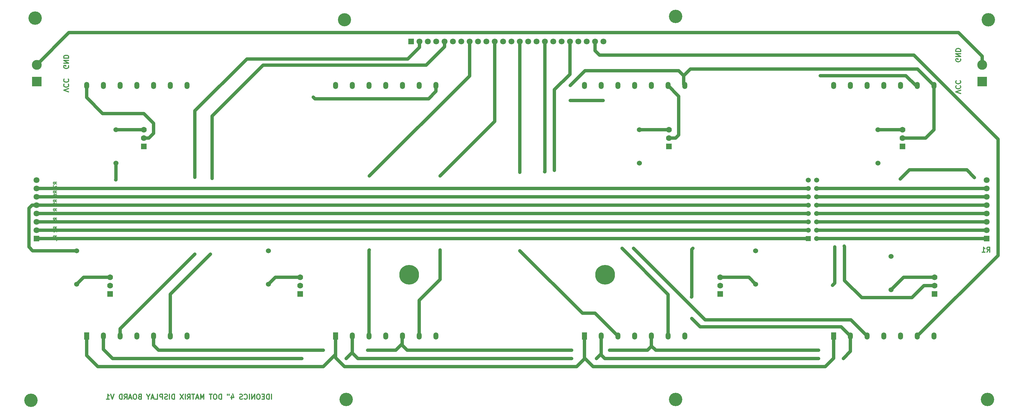
<source format=gbl>
G04 (created by PCBNEW (2013-07-07 BZR 4022)-stable) date 12/25/2014 10:33:01 AM*
%MOIN*%
G04 Gerber Fmt 3.4, Leading zero omitted, Abs format*
%FSLAX34Y34*%
G01*
G70*
G90*
G04 APERTURE LIST*
%ADD10C,0.00590551*%
%ADD11C,0.011811*%
%ADD12C,0.00984252*%
%ADD13R,0.0708661X0.0708661*%
%ADD14C,0.0708661*%
%ADD15C,0.06*%
%ADD16R,0.06X0.06*%
%ADD17R,0.1181X0.1181*%
%ADD18C,0.1181*%
%ADD19C,0.07*%
%ADD20R,0.07X0.07*%
%ADD21C,0.23622*%
%ADD22C,0.16*%
%ADD23C,0.15748*%
%ADD24R,0.0590551X0.0866142*%
%ADD25O,0.0590551X0.0866142*%
%ADD26C,0.035*%
%ADD27C,0.0393701*%
G04 APERTURE END LIST*
G54D10*
G54D11*
X54057Y-69837D02*
X54057Y-69246D01*
X53776Y-69837D02*
X53776Y-69246D01*
X53635Y-69246D01*
X53551Y-69275D01*
X53494Y-69331D01*
X53466Y-69387D01*
X53438Y-69500D01*
X53438Y-69584D01*
X53466Y-69696D01*
X53494Y-69753D01*
X53551Y-69809D01*
X53635Y-69837D01*
X53776Y-69837D01*
X53185Y-69528D02*
X52988Y-69528D01*
X52904Y-69837D02*
X53185Y-69837D01*
X53185Y-69246D01*
X52904Y-69246D01*
X52538Y-69246D02*
X52426Y-69246D01*
X52370Y-69275D01*
X52313Y-69331D01*
X52285Y-69443D01*
X52285Y-69640D01*
X52313Y-69753D01*
X52370Y-69809D01*
X52426Y-69837D01*
X52538Y-69837D01*
X52595Y-69809D01*
X52651Y-69753D01*
X52679Y-69640D01*
X52679Y-69443D01*
X52651Y-69331D01*
X52595Y-69275D01*
X52538Y-69246D01*
X52032Y-69837D02*
X52032Y-69246D01*
X51695Y-69837D01*
X51695Y-69246D01*
X51413Y-69837D02*
X51413Y-69246D01*
X50795Y-69781D02*
X50823Y-69809D01*
X50907Y-69837D01*
X50964Y-69837D01*
X51048Y-69809D01*
X51104Y-69753D01*
X51132Y-69696D01*
X51160Y-69584D01*
X51160Y-69500D01*
X51132Y-69387D01*
X51104Y-69331D01*
X51048Y-69275D01*
X50964Y-69246D01*
X50907Y-69246D01*
X50823Y-69275D01*
X50795Y-69303D01*
X50570Y-69809D02*
X50485Y-69837D01*
X50345Y-69837D01*
X50289Y-69809D01*
X50260Y-69781D01*
X50232Y-69724D01*
X50232Y-69668D01*
X50260Y-69612D01*
X50289Y-69584D01*
X50345Y-69556D01*
X50457Y-69528D01*
X50514Y-69500D01*
X50542Y-69471D01*
X50570Y-69415D01*
X50570Y-69359D01*
X50542Y-69303D01*
X50514Y-69275D01*
X50457Y-69246D01*
X50317Y-69246D01*
X50232Y-69275D01*
X49276Y-69443D02*
X49276Y-69837D01*
X49417Y-69218D02*
X49557Y-69640D01*
X49192Y-69640D01*
X48995Y-69246D02*
X48995Y-69359D01*
X48770Y-69246D02*
X48770Y-69359D01*
X48067Y-69837D02*
X48067Y-69246D01*
X47926Y-69246D01*
X47842Y-69275D01*
X47786Y-69331D01*
X47758Y-69387D01*
X47730Y-69500D01*
X47730Y-69584D01*
X47758Y-69696D01*
X47786Y-69753D01*
X47842Y-69809D01*
X47926Y-69837D01*
X48067Y-69837D01*
X47364Y-69246D02*
X47251Y-69246D01*
X47195Y-69275D01*
X47139Y-69331D01*
X47111Y-69443D01*
X47111Y-69640D01*
X47139Y-69753D01*
X47195Y-69809D01*
X47251Y-69837D01*
X47364Y-69837D01*
X47420Y-69809D01*
X47476Y-69753D01*
X47505Y-69640D01*
X47505Y-69443D01*
X47476Y-69331D01*
X47420Y-69275D01*
X47364Y-69246D01*
X46942Y-69246D02*
X46605Y-69246D01*
X46773Y-69837D02*
X46773Y-69246D01*
X45958Y-69837D02*
X45958Y-69246D01*
X45761Y-69668D01*
X45564Y-69246D01*
X45564Y-69837D01*
X45311Y-69668D02*
X45030Y-69668D01*
X45367Y-69837D02*
X45170Y-69246D01*
X44974Y-69837D01*
X44861Y-69246D02*
X44524Y-69246D01*
X44692Y-69837D02*
X44692Y-69246D01*
X43989Y-69837D02*
X44186Y-69556D01*
X44327Y-69837D02*
X44327Y-69246D01*
X44102Y-69246D01*
X44046Y-69275D01*
X44017Y-69303D01*
X43989Y-69359D01*
X43989Y-69443D01*
X44017Y-69500D01*
X44046Y-69528D01*
X44102Y-69556D01*
X44327Y-69556D01*
X43736Y-69837D02*
X43736Y-69246D01*
X43511Y-69246D02*
X43118Y-69837D01*
X43118Y-69246D02*
X43511Y-69837D01*
X42443Y-69837D02*
X42443Y-69246D01*
X42302Y-69246D01*
X42218Y-69275D01*
X42161Y-69331D01*
X42133Y-69387D01*
X42105Y-69500D01*
X42105Y-69584D01*
X42133Y-69696D01*
X42161Y-69753D01*
X42218Y-69809D01*
X42302Y-69837D01*
X42443Y-69837D01*
X41852Y-69837D02*
X41852Y-69246D01*
X41599Y-69809D02*
X41515Y-69837D01*
X41374Y-69837D01*
X41318Y-69809D01*
X41290Y-69781D01*
X41262Y-69724D01*
X41262Y-69668D01*
X41290Y-69612D01*
X41318Y-69584D01*
X41374Y-69556D01*
X41487Y-69528D01*
X41543Y-69500D01*
X41571Y-69471D01*
X41599Y-69415D01*
X41599Y-69359D01*
X41571Y-69303D01*
X41543Y-69275D01*
X41487Y-69246D01*
X41346Y-69246D01*
X41262Y-69275D01*
X41008Y-69837D02*
X41008Y-69246D01*
X40784Y-69246D01*
X40727Y-69275D01*
X40699Y-69303D01*
X40671Y-69359D01*
X40671Y-69443D01*
X40699Y-69500D01*
X40727Y-69528D01*
X40784Y-69556D01*
X41008Y-69556D01*
X40137Y-69837D02*
X40418Y-69837D01*
X40418Y-69246D01*
X39968Y-69668D02*
X39687Y-69668D01*
X40024Y-69837D02*
X39827Y-69246D01*
X39631Y-69837D01*
X39321Y-69556D02*
X39321Y-69837D01*
X39518Y-69246D02*
X39321Y-69556D01*
X39124Y-69246D01*
X38281Y-69528D02*
X38196Y-69556D01*
X38168Y-69584D01*
X38140Y-69640D01*
X38140Y-69724D01*
X38168Y-69781D01*
X38196Y-69809D01*
X38253Y-69837D01*
X38478Y-69837D01*
X38478Y-69246D01*
X38281Y-69246D01*
X38224Y-69275D01*
X38196Y-69303D01*
X38168Y-69359D01*
X38168Y-69415D01*
X38196Y-69471D01*
X38224Y-69500D01*
X38281Y-69528D01*
X38478Y-69528D01*
X37775Y-69246D02*
X37662Y-69246D01*
X37606Y-69275D01*
X37550Y-69331D01*
X37521Y-69443D01*
X37521Y-69640D01*
X37550Y-69753D01*
X37606Y-69809D01*
X37662Y-69837D01*
X37775Y-69837D01*
X37831Y-69809D01*
X37887Y-69753D01*
X37915Y-69640D01*
X37915Y-69443D01*
X37887Y-69331D01*
X37831Y-69275D01*
X37775Y-69246D01*
X37296Y-69668D02*
X37015Y-69668D01*
X37353Y-69837D02*
X37156Y-69246D01*
X36959Y-69837D01*
X36425Y-69837D02*
X36622Y-69556D01*
X36762Y-69837D02*
X36762Y-69246D01*
X36537Y-69246D01*
X36481Y-69275D01*
X36453Y-69303D01*
X36425Y-69359D01*
X36425Y-69443D01*
X36453Y-69500D01*
X36481Y-69528D01*
X36537Y-69556D01*
X36762Y-69556D01*
X36172Y-69837D02*
X36172Y-69246D01*
X36031Y-69246D01*
X35947Y-69275D01*
X35890Y-69331D01*
X35862Y-69387D01*
X35834Y-69500D01*
X35834Y-69584D01*
X35862Y-69696D01*
X35890Y-69753D01*
X35947Y-69809D01*
X36031Y-69837D01*
X36172Y-69837D01*
X35215Y-69246D02*
X35019Y-69837D01*
X34822Y-69246D01*
X34316Y-69837D02*
X34653Y-69837D01*
X34484Y-69837D02*
X34484Y-69246D01*
X34541Y-69331D01*
X34597Y-69387D01*
X34653Y-69415D01*
X29790Y-33033D02*
X29200Y-32836D01*
X29790Y-32639D01*
X29256Y-32105D02*
X29228Y-32133D01*
X29200Y-32217D01*
X29200Y-32273D01*
X29228Y-32358D01*
X29284Y-32414D01*
X29340Y-32442D01*
X29453Y-32470D01*
X29537Y-32470D01*
X29650Y-32442D01*
X29706Y-32414D01*
X29762Y-32358D01*
X29790Y-32273D01*
X29790Y-32217D01*
X29762Y-32133D01*
X29734Y-32105D01*
X29256Y-31514D02*
X29228Y-31542D01*
X29200Y-31626D01*
X29200Y-31683D01*
X29228Y-31767D01*
X29284Y-31823D01*
X29340Y-31851D01*
X29453Y-31880D01*
X29537Y-31880D01*
X29650Y-31851D01*
X29706Y-31823D01*
X29762Y-31767D01*
X29790Y-31683D01*
X29790Y-31626D01*
X29762Y-31542D01*
X29734Y-31514D01*
X139602Y-52228D02*
X139799Y-51946D01*
X139939Y-52228D02*
X139939Y-51637D01*
X139714Y-51637D01*
X139658Y-51665D01*
X139630Y-51693D01*
X139602Y-51749D01*
X139602Y-51834D01*
X139630Y-51890D01*
X139658Y-51918D01*
X139714Y-51946D01*
X139939Y-51946D01*
X139039Y-52228D02*
X139377Y-52228D01*
X139208Y-52228D02*
X139208Y-51637D01*
X139264Y-51721D01*
X139321Y-51778D01*
X139377Y-51806D01*
X29762Y-29895D02*
X29790Y-29951D01*
X29790Y-30036D01*
X29762Y-30120D01*
X29706Y-30176D01*
X29650Y-30204D01*
X29537Y-30233D01*
X29453Y-30233D01*
X29340Y-30204D01*
X29284Y-30176D01*
X29228Y-30120D01*
X29200Y-30036D01*
X29200Y-29979D01*
X29228Y-29895D01*
X29256Y-29867D01*
X29453Y-29867D01*
X29453Y-29979D01*
X29200Y-29614D02*
X29790Y-29614D01*
X29200Y-29276D01*
X29790Y-29276D01*
X29200Y-28995D02*
X29790Y-28995D01*
X29790Y-28855D01*
X29762Y-28770D01*
X29706Y-28714D01*
X29650Y-28686D01*
X29537Y-28658D01*
X29453Y-28658D01*
X29340Y-28686D01*
X29284Y-28714D01*
X29228Y-28770D01*
X29200Y-28855D01*
X29200Y-28995D01*
X136439Y-29089D02*
X136468Y-29145D01*
X136468Y-29229D01*
X136439Y-29314D01*
X136383Y-29370D01*
X136327Y-29398D01*
X136214Y-29426D01*
X136130Y-29426D01*
X136018Y-29398D01*
X135961Y-29370D01*
X135905Y-29314D01*
X135877Y-29229D01*
X135877Y-29173D01*
X135905Y-29089D01*
X135933Y-29061D01*
X136130Y-29061D01*
X136130Y-29173D01*
X135877Y-28808D02*
X136468Y-28808D01*
X135877Y-28470D01*
X136468Y-28470D01*
X135877Y-28189D02*
X136468Y-28189D01*
X136468Y-28048D01*
X136439Y-27964D01*
X136383Y-27908D01*
X136327Y-27880D01*
X136214Y-27851D01*
X136130Y-27851D01*
X136018Y-27880D01*
X135961Y-27908D01*
X135905Y-27964D01*
X135877Y-28048D01*
X135877Y-28189D01*
X136468Y-33226D02*
X135877Y-33029D01*
X136468Y-32833D01*
X135933Y-32298D02*
X135905Y-32326D01*
X135877Y-32411D01*
X135877Y-32467D01*
X135905Y-32551D01*
X135961Y-32608D01*
X136018Y-32636D01*
X136130Y-32664D01*
X136214Y-32664D01*
X136327Y-32636D01*
X136383Y-32608D01*
X136439Y-32551D01*
X136468Y-32467D01*
X136468Y-32411D01*
X136439Y-32326D01*
X136411Y-32298D01*
X135933Y-31708D02*
X135905Y-31736D01*
X135877Y-31820D01*
X135877Y-31876D01*
X135905Y-31961D01*
X135961Y-32017D01*
X136018Y-32045D01*
X136130Y-32073D01*
X136214Y-32073D01*
X136327Y-32045D01*
X136383Y-32017D01*
X136439Y-31961D01*
X136468Y-31876D01*
X136468Y-31820D01*
X136439Y-31736D01*
X136411Y-31708D01*
G54D12*
X28340Y-44071D02*
X28152Y-43939D01*
X28340Y-43846D02*
X27946Y-43846D01*
X27946Y-43996D01*
X27965Y-44033D01*
X27984Y-44052D01*
X28021Y-44071D01*
X28077Y-44071D01*
X28115Y-44052D01*
X28134Y-44033D01*
X28152Y-43996D01*
X28152Y-43846D01*
X27946Y-44202D02*
X27946Y-44464D01*
X28340Y-44296D01*
X28340Y-45139D02*
X28152Y-45008D01*
X28340Y-44914D02*
X27946Y-44914D01*
X27946Y-45064D01*
X27965Y-45102D01*
X27984Y-45120D01*
X28021Y-45139D01*
X28077Y-45139D01*
X28115Y-45120D01*
X28134Y-45102D01*
X28152Y-45064D01*
X28152Y-44914D01*
X27946Y-45477D02*
X27946Y-45402D01*
X27965Y-45364D01*
X27984Y-45345D01*
X28040Y-45308D01*
X28115Y-45289D01*
X28265Y-45289D01*
X28302Y-45308D01*
X28321Y-45327D01*
X28340Y-45364D01*
X28340Y-45439D01*
X28321Y-45477D01*
X28302Y-45495D01*
X28265Y-45514D01*
X28171Y-45514D01*
X28134Y-45495D01*
X28115Y-45477D01*
X28096Y-45439D01*
X28096Y-45364D01*
X28115Y-45327D01*
X28134Y-45308D01*
X28171Y-45289D01*
X28340Y-46208D02*
X28152Y-46077D01*
X28340Y-45983D02*
X27946Y-45983D01*
X27946Y-46133D01*
X27965Y-46170D01*
X27984Y-46189D01*
X28021Y-46208D01*
X28077Y-46208D01*
X28115Y-46189D01*
X28134Y-46170D01*
X28152Y-46133D01*
X28152Y-45983D01*
X27946Y-46564D02*
X27946Y-46377D01*
X28134Y-46358D01*
X28115Y-46377D01*
X28096Y-46414D01*
X28096Y-46508D01*
X28115Y-46545D01*
X28134Y-46564D01*
X28171Y-46583D01*
X28265Y-46583D01*
X28302Y-46564D01*
X28321Y-46545D01*
X28340Y-46508D01*
X28340Y-46414D01*
X28321Y-46377D01*
X28302Y-46358D01*
X28340Y-47276D02*
X28152Y-47145D01*
X28340Y-47051D02*
X27946Y-47051D01*
X27946Y-47201D01*
X27965Y-47239D01*
X27984Y-47258D01*
X28021Y-47276D01*
X28077Y-47276D01*
X28115Y-47258D01*
X28134Y-47239D01*
X28152Y-47201D01*
X28152Y-47051D01*
X28077Y-47614D02*
X28340Y-47614D01*
X27928Y-47520D02*
X28209Y-47426D01*
X28209Y-47670D01*
X28340Y-48345D02*
X28152Y-48214D01*
X28340Y-48120D02*
X27946Y-48120D01*
X27946Y-48270D01*
X27965Y-48308D01*
X27984Y-48326D01*
X28021Y-48345D01*
X28077Y-48345D01*
X28115Y-48326D01*
X28134Y-48308D01*
X28152Y-48270D01*
X28152Y-48120D01*
X27946Y-48476D02*
X27946Y-48720D01*
X28096Y-48589D01*
X28096Y-48645D01*
X28115Y-48682D01*
X28134Y-48701D01*
X28171Y-48720D01*
X28265Y-48720D01*
X28302Y-48701D01*
X28321Y-48682D01*
X28340Y-48645D01*
X28340Y-48532D01*
X28321Y-48495D01*
X28302Y-48476D01*
X28340Y-49414D02*
X28152Y-49282D01*
X28340Y-49189D02*
X27946Y-49189D01*
X27946Y-49339D01*
X27965Y-49376D01*
X27984Y-49395D01*
X28021Y-49414D01*
X28077Y-49414D01*
X28115Y-49395D01*
X28134Y-49376D01*
X28152Y-49339D01*
X28152Y-49189D01*
X27984Y-49564D02*
X27965Y-49582D01*
X27946Y-49620D01*
X27946Y-49714D01*
X27965Y-49751D01*
X27984Y-49770D01*
X28021Y-49789D01*
X28059Y-49789D01*
X28115Y-49770D01*
X28340Y-49545D01*
X28340Y-49789D01*
X28340Y-50482D02*
X28152Y-50351D01*
X28340Y-50257D02*
X27946Y-50257D01*
X27946Y-50407D01*
X27965Y-50445D01*
X27984Y-50464D01*
X28021Y-50482D01*
X28077Y-50482D01*
X28115Y-50464D01*
X28134Y-50445D01*
X28152Y-50407D01*
X28152Y-50257D01*
X28340Y-50857D02*
X28340Y-50632D01*
X28340Y-50745D02*
X27946Y-50745D01*
X28002Y-50707D01*
X28040Y-50670D01*
X28059Y-50632D01*
G54D13*
X25944Y-50594D03*
G54D14*
X25944Y-49594D03*
X25944Y-48594D03*
X25944Y-47594D03*
X25944Y-46594D03*
X25944Y-45594D03*
X25944Y-44594D03*
X25944Y-43594D03*
G54D13*
X70738Y-26998D03*
G54D14*
X71738Y-26998D03*
X72738Y-26998D03*
X73738Y-26998D03*
X74738Y-26998D03*
X75738Y-26998D03*
X76738Y-26998D03*
X77738Y-26998D03*
X78738Y-26998D03*
X79738Y-26998D03*
X80738Y-26998D03*
X81738Y-26998D03*
X82738Y-26998D03*
X83738Y-26998D03*
X84738Y-26998D03*
X85738Y-26998D03*
X86738Y-26998D03*
X87738Y-26998D03*
X88738Y-26998D03*
X89738Y-26998D03*
X90738Y-26998D03*
X91738Y-26998D03*
X92738Y-26998D03*
X93738Y-26998D03*
G54D15*
X98031Y-37566D03*
X98031Y-41566D03*
X35433Y-37566D03*
X35433Y-41566D03*
X126574Y-37566D03*
X126574Y-41566D03*
X111948Y-56059D03*
X111948Y-52059D03*
X30751Y-56059D03*
X30751Y-52059D03*
X128149Y-56724D03*
X128149Y-52724D03*
X53681Y-56059D03*
X53681Y-52059D03*
G54D13*
X139586Y-50594D03*
G54D14*
X139586Y-49594D03*
X139586Y-48594D03*
X139586Y-47594D03*
X139586Y-46594D03*
X139586Y-45594D03*
X139586Y-44594D03*
X139586Y-43594D03*
G54D16*
X118251Y-50598D03*
G54D15*
X119251Y-50598D03*
X118251Y-49598D03*
X119251Y-49598D03*
X118251Y-48598D03*
X119251Y-48598D03*
X118251Y-47598D03*
X119251Y-47598D03*
X118251Y-46598D03*
X119251Y-46598D03*
X118251Y-45598D03*
X119251Y-45598D03*
X118251Y-44598D03*
X119251Y-44598D03*
X118251Y-43598D03*
X119251Y-43598D03*
G54D17*
X139055Y-31807D03*
G54D18*
X139055Y-29807D03*
G54D17*
X25964Y-31807D03*
G54D18*
X25964Y-29807D03*
G54D19*
X101574Y-37582D03*
X101574Y-38582D03*
G54D20*
X101574Y-39582D03*
G54D19*
X129527Y-37582D03*
X129527Y-38582D03*
G54D20*
X129527Y-39582D03*
G54D19*
X38779Y-37582D03*
X38779Y-38582D03*
G54D20*
X38779Y-39582D03*
G54D19*
X107699Y-55244D03*
X107699Y-56244D03*
G54D20*
X107699Y-57244D03*
G54D19*
X34759Y-55244D03*
X34759Y-56244D03*
G54D20*
X34759Y-57244D03*
G54D19*
X133350Y-55244D03*
X133350Y-56244D03*
G54D20*
X133350Y-57244D03*
G54D19*
X57480Y-55244D03*
X57480Y-56244D03*
G54D20*
X57480Y-57244D03*
G54D21*
X93937Y-54921D03*
X70511Y-54921D03*
G54D22*
X139665Y-69881D03*
X25787Y-24212D03*
X139763Y-24409D03*
G54D23*
X62775Y-24409D03*
G54D22*
X25295Y-69980D03*
X62992Y-69881D03*
G54D24*
X31933Y-62283D03*
G54D25*
X33933Y-62283D03*
X35933Y-62283D03*
X37933Y-62283D03*
X39933Y-62283D03*
X41933Y-62283D03*
X43933Y-62283D03*
X43933Y-32283D03*
X41933Y-32283D03*
X39933Y-32283D03*
X37933Y-32283D03*
X35933Y-32283D03*
X33933Y-32283D03*
X31933Y-32283D03*
G54D24*
X61716Y-62283D03*
G54D25*
X63716Y-62283D03*
X65716Y-62283D03*
X67716Y-62283D03*
X69716Y-62283D03*
X71716Y-62283D03*
X73716Y-62283D03*
X73716Y-32283D03*
X71716Y-32283D03*
X69716Y-32283D03*
X67716Y-32283D03*
X65716Y-32283D03*
X63716Y-32283D03*
X61716Y-32283D03*
G54D24*
X91480Y-62283D03*
G54D25*
X93480Y-62283D03*
X95480Y-62283D03*
X97480Y-62283D03*
X99480Y-62283D03*
X101480Y-62283D03*
X103480Y-62283D03*
X103480Y-32283D03*
X101480Y-32283D03*
X99480Y-32283D03*
X97480Y-32283D03*
X95480Y-32283D03*
X93480Y-32283D03*
X91480Y-32283D03*
G54D24*
X121283Y-62283D03*
G54D25*
X123283Y-62283D03*
X125283Y-62283D03*
X127283Y-62283D03*
X129283Y-62283D03*
X131283Y-62283D03*
X133283Y-62283D03*
X133283Y-32283D03*
X131283Y-32283D03*
X129283Y-32283D03*
X127283Y-32283D03*
X125283Y-32283D03*
X123283Y-32283D03*
X121283Y-32283D03*
G54D22*
X102362Y-69881D03*
X102362Y-24015D03*
G54D26*
X35421Y-43570D03*
X74212Y-43110D03*
X74212Y-51968D03*
X83759Y-52066D03*
X83740Y-42677D03*
X95964Y-51771D03*
X86712Y-42618D03*
X97342Y-51771D03*
X87893Y-42421D03*
X44881Y-52460D03*
X44881Y-43267D03*
X46948Y-43405D03*
X46751Y-52460D03*
X65748Y-43110D03*
X65748Y-51968D03*
X119685Y-31102D03*
X93700Y-34055D03*
X89763Y-34055D03*
X89763Y-32283D03*
X59055Y-33661D03*
X121417Y-51610D03*
X121133Y-56208D03*
X119488Y-63976D03*
X89960Y-63976D03*
X94488Y-63976D03*
X65551Y-63976D03*
X60236Y-63976D03*
X138110Y-43295D03*
X129255Y-43468D03*
X122543Y-51519D03*
X104429Y-51763D03*
X104279Y-57594D03*
X104322Y-60169D03*
X122440Y-64960D03*
X119488Y-64960D03*
X92913Y-64960D03*
X89960Y-64960D03*
X62992Y-64960D03*
X57677Y-64960D03*
G54D27*
X118251Y-50598D02*
X25948Y-50598D01*
X25948Y-50598D02*
X25944Y-50594D01*
X35433Y-41566D02*
X35433Y-43559D01*
X35433Y-43559D02*
X35421Y-43570D01*
X25944Y-49594D02*
X118248Y-49594D01*
X118248Y-49594D02*
X118251Y-49598D01*
X118251Y-48598D02*
X25948Y-48598D01*
X25948Y-48598D02*
X25944Y-48594D01*
X25944Y-47594D02*
X118248Y-47594D01*
X118248Y-47594D02*
X118251Y-47598D01*
X30751Y-52059D02*
X25488Y-52059D01*
X25409Y-46594D02*
X25944Y-46594D01*
X25031Y-46972D02*
X25409Y-46594D01*
X25031Y-51602D02*
X25031Y-46972D01*
X25488Y-52059D02*
X25031Y-51602D01*
X118251Y-46598D02*
X25948Y-46598D01*
X25948Y-46598D02*
X25944Y-46594D01*
X25944Y-45594D02*
X118248Y-45594D01*
X118248Y-45594D02*
X118251Y-45598D01*
X118251Y-44598D02*
X25948Y-44598D01*
X25948Y-44598D02*
X25944Y-44594D01*
X71716Y-62283D02*
X71716Y-58007D01*
X80738Y-36584D02*
X80738Y-26998D01*
X74212Y-43110D02*
X80738Y-36584D01*
X74212Y-55511D02*
X74212Y-51968D01*
X71716Y-58007D02*
X74212Y-55511D01*
X83738Y-26998D02*
X83738Y-42675D01*
X92744Y-59547D02*
X95480Y-62283D01*
X91240Y-59547D02*
X92744Y-59547D01*
X83759Y-52066D02*
X91240Y-59547D01*
X83738Y-42675D02*
X83740Y-42677D01*
X86738Y-26998D02*
X86738Y-42592D01*
X101480Y-57287D02*
X101480Y-62283D01*
X95964Y-51771D02*
X101480Y-57287D01*
X86738Y-42592D02*
X86712Y-42618D01*
X89738Y-26998D02*
X89738Y-30931D01*
X123334Y-60334D02*
X125283Y-62283D01*
X105905Y-60334D02*
X123334Y-60334D01*
X97342Y-51771D02*
X105905Y-60334D01*
X87893Y-32775D02*
X87893Y-42421D01*
X89738Y-30931D02*
X87893Y-32775D01*
X71738Y-26998D02*
X71738Y-27710D01*
X35933Y-61409D02*
X35933Y-62283D01*
X44881Y-52460D02*
X35933Y-61409D01*
X44881Y-35314D02*
X44881Y-43267D01*
X51102Y-29094D02*
X44881Y-35314D01*
X70354Y-29094D02*
X51102Y-29094D01*
X71738Y-27710D02*
X70354Y-29094D01*
X92738Y-26998D02*
X92738Y-28092D01*
X140944Y-52622D02*
X131283Y-62283D01*
X140944Y-38700D02*
X140944Y-52622D01*
X130866Y-28622D02*
X140944Y-38700D01*
X93267Y-28622D02*
X130866Y-28622D01*
X92738Y-28092D02*
X93267Y-28622D01*
X41933Y-62283D02*
X41933Y-57279D01*
X74738Y-27624D02*
X74738Y-26998D01*
X72539Y-29822D02*
X74738Y-27624D01*
X53051Y-29822D02*
X72539Y-29822D01*
X46948Y-35925D02*
X53051Y-29822D01*
X46948Y-41141D02*
X46948Y-35925D01*
X46948Y-43405D02*
X46948Y-41141D01*
X41933Y-57279D02*
X46751Y-52460D01*
X65716Y-62283D02*
X65716Y-52000D01*
X77738Y-31120D02*
X77738Y-26998D01*
X65748Y-43110D02*
X77738Y-31120D01*
X65716Y-52000D02*
X65748Y-51968D01*
X98031Y-37566D02*
X101559Y-37566D01*
X101559Y-37566D02*
X101574Y-37582D01*
X35433Y-37566D02*
X38763Y-37566D01*
X38763Y-37566D02*
X38779Y-37582D01*
X129527Y-37582D02*
X126590Y-37582D01*
X126590Y-37582D02*
X126574Y-37566D01*
X107699Y-55244D02*
X111133Y-55244D01*
X111133Y-55244D02*
X111948Y-56059D01*
X34759Y-55244D02*
X31566Y-55244D01*
X31566Y-55244D02*
X30751Y-56059D01*
X133350Y-55244D02*
X129629Y-55244D01*
X129629Y-55244D02*
X128149Y-56724D01*
X57480Y-55244D02*
X54496Y-55244D01*
X54496Y-55244D02*
X53681Y-56059D01*
X101574Y-38582D02*
X102362Y-38582D01*
X102755Y-33559D02*
X101480Y-32283D01*
X102755Y-38188D02*
X102755Y-33559D01*
X102362Y-38582D02*
X102755Y-38188D01*
X119685Y-31102D02*
X129921Y-31102D01*
X129921Y-31102D02*
X131102Y-32283D01*
X131102Y-32283D02*
X131283Y-32283D01*
X93700Y-34055D02*
X89763Y-34055D01*
X119251Y-50602D02*
X139586Y-50594D01*
X31933Y-32283D02*
X31933Y-33704D01*
X39370Y-38582D02*
X38779Y-38582D01*
X39960Y-37992D02*
X39370Y-38582D01*
X39960Y-36811D02*
X39960Y-37992D01*
X38779Y-35629D02*
X39960Y-36811D01*
X33858Y-35629D02*
X38779Y-35629D01*
X31933Y-33704D02*
X33858Y-35629D01*
X119251Y-49602D02*
X139586Y-49594D01*
X102755Y-30511D02*
X103346Y-31102D01*
X91535Y-30511D02*
X102755Y-30511D01*
X89763Y-32283D02*
X91535Y-30511D01*
X129527Y-38582D02*
X132283Y-38582D01*
X133283Y-37582D02*
X133283Y-32283D01*
X132283Y-38582D02*
X133283Y-37582D01*
X103346Y-31299D02*
X103346Y-31102D01*
X103346Y-31299D02*
X103346Y-32149D01*
X103346Y-32149D02*
X103480Y-32283D01*
X103346Y-31102D02*
X104133Y-30314D01*
X104133Y-30314D02*
X131314Y-30314D01*
X131314Y-30314D02*
X133283Y-32283D01*
X73716Y-32976D02*
X73716Y-32283D01*
X72834Y-33858D02*
X73716Y-32976D01*
X59251Y-33858D02*
X72834Y-33858D01*
X59055Y-33661D02*
X59251Y-33858D01*
X119251Y-48602D02*
X139586Y-48594D01*
X121417Y-55925D02*
X121417Y-51610D01*
X121133Y-56208D02*
X121417Y-55925D01*
X99480Y-63385D02*
X99480Y-63456D01*
X100000Y-63976D02*
X119488Y-63976D01*
X99480Y-63456D02*
X100000Y-63976D01*
X98622Y-63976D02*
X99015Y-63976D01*
X69685Y-63385D02*
X70275Y-63976D01*
X70275Y-63976D02*
X89960Y-63976D01*
X94488Y-63976D02*
X97047Y-63976D01*
X97047Y-63976D02*
X98622Y-63976D01*
X69685Y-63188D02*
X69685Y-63385D01*
X99480Y-63511D02*
X99480Y-63385D01*
X99480Y-63385D02*
X99480Y-62283D01*
X99015Y-63976D02*
X99480Y-63511D01*
X39933Y-62283D02*
X39933Y-63358D01*
X69685Y-62314D02*
X69716Y-62283D01*
X69685Y-63188D02*
X69685Y-62314D01*
X68897Y-63976D02*
X69685Y-63188D01*
X65551Y-63976D02*
X68897Y-63976D01*
X40551Y-63976D02*
X60236Y-63976D01*
X39933Y-63358D02*
X40551Y-63976D01*
X119251Y-47602D02*
X139586Y-47594D01*
X137200Y-42385D02*
X138110Y-43295D01*
X130338Y-42385D02*
X137200Y-42385D01*
X129255Y-43468D02*
X130338Y-42385D01*
X91480Y-64960D02*
X91535Y-64960D01*
X121283Y-64937D02*
X121283Y-62283D01*
X120275Y-65944D02*
X121283Y-64937D01*
X92519Y-65944D02*
X120275Y-65944D01*
X91535Y-64960D02*
X92519Y-65944D01*
X61716Y-64464D02*
X61716Y-64866D01*
X91480Y-65015D02*
X91480Y-64960D01*
X91480Y-64960D02*
X91480Y-62283D01*
X90551Y-65944D02*
X91480Y-65015D01*
X62795Y-65944D02*
X90551Y-65944D01*
X61716Y-64866D02*
X62795Y-65944D01*
X31933Y-62283D02*
X31933Y-64610D01*
X61716Y-64464D02*
X61716Y-62283D01*
X60236Y-65944D02*
X61515Y-64665D01*
X61515Y-64665D02*
X61716Y-64464D01*
X33267Y-65944D02*
X60236Y-65944D01*
X31933Y-64610D02*
X33267Y-65944D01*
X119251Y-46602D02*
X139586Y-46594D01*
X132074Y-56244D02*
X133350Y-56244D01*
X130633Y-57685D02*
X132074Y-56244D01*
X124633Y-57685D02*
X130633Y-57685D01*
X122594Y-55645D02*
X124633Y-57685D01*
X122594Y-51570D02*
X122594Y-55645D01*
X122543Y-51519D02*
X122594Y-51570D01*
X119251Y-45602D02*
X139586Y-45594D01*
X123283Y-62283D02*
X123283Y-62279D01*
X104303Y-51889D02*
X104429Y-51763D01*
X104303Y-57570D02*
X104303Y-51889D01*
X104279Y-57594D02*
X104303Y-57570D01*
X105318Y-61165D02*
X104322Y-60169D01*
X122169Y-61165D02*
X105318Y-61165D01*
X123283Y-62279D02*
X122169Y-61165D01*
X93480Y-64370D02*
X93480Y-64543D01*
X123283Y-64118D02*
X123283Y-62283D01*
X122440Y-64960D02*
X123283Y-64118D01*
X93897Y-64960D02*
X119488Y-64960D01*
X93480Y-64543D02*
X93897Y-64960D01*
X63716Y-64236D02*
X63716Y-64307D01*
X93480Y-64393D02*
X93480Y-64370D01*
X93480Y-64370D02*
X93480Y-62283D01*
X92913Y-64960D02*
X93480Y-64393D01*
X64370Y-64960D02*
X89960Y-64960D01*
X63716Y-64307D02*
X64370Y-64960D01*
X33933Y-62283D02*
X33933Y-63854D01*
X63716Y-64236D02*
X63716Y-62283D01*
X62992Y-64960D02*
X63716Y-64236D01*
X35039Y-64960D02*
X57677Y-64960D01*
X33933Y-63854D02*
X35039Y-64960D01*
X119251Y-44602D02*
X139586Y-44594D01*
X139055Y-29807D02*
X139055Y-28779D01*
X29826Y-25944D02*
X25964Y-29807D01*
X136220Y-25944D02*
X29826Y-25944D01*
X139055Y-28779D02*
X136220Y-25944D01*
M02*

</source>
